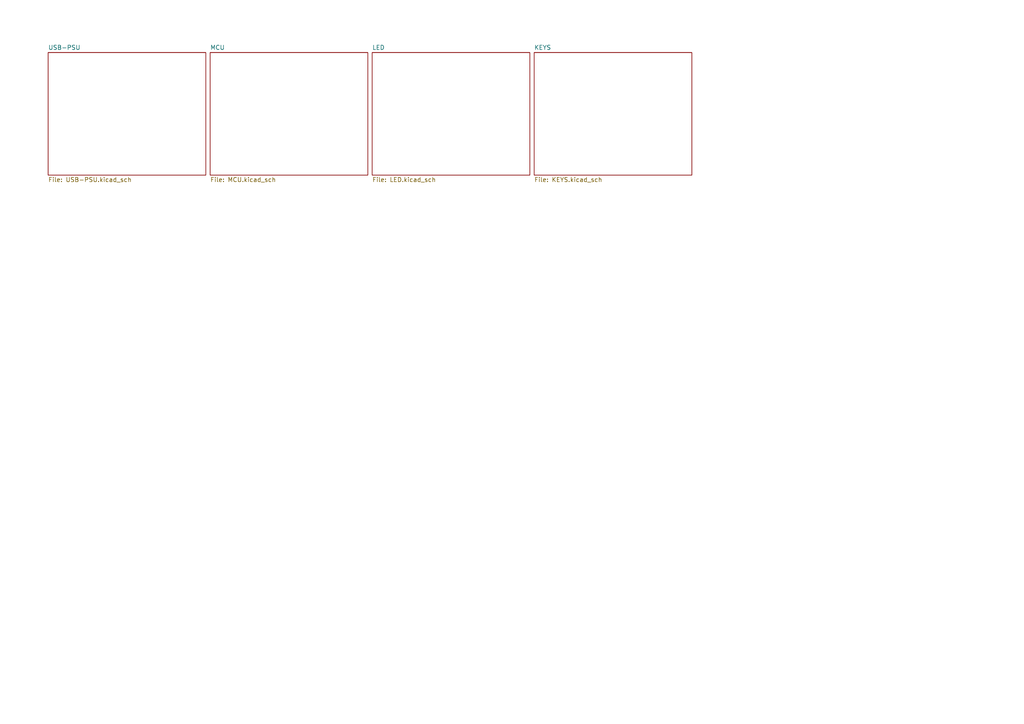
<source format=kicad_sch>
(kicad_sch
	(version 20250114)
	(generator "eeschema")
	(generator_version "9.0")
	(uuid "d1d2c9f6-020b-493b-bc47-6c71d609dd96")
	(paper "A4")
	(lib_symbols)
	(sheet
		(at 60.96 15.24)
		(size 45.72 35.56)
		(exclude_from_sim no)
		(in_bom yes)
		(on_board yes)
		(dnp no)
		(fields_autoplaced yes)
		(stroke
			(width 0.1524)
			(type solid)
		)
		(fill
			(color 0 0 0 0.0000)
		)
		(uuid "5ccf78fc-77aa-4eb4-b4f2-774d54264c49")
		(property "Sheetname" "MCU"
			(at 60.96 14.5284 0)
			(effects
				(font
					(size 1.27 1.27)
				)
				(justify left bottom)
			)
		)
		(property "Sheetfile" "MCU.kicad_sch"
			(at 60.96 51.3846 0)
			(effects
				(font
					(size 1.27 1.27)
				)
				(justify left top)
			)
		)
		(instances
			(project "MacroPad"
				(path "/d1d2c9f6-020b-493b-bc47-6c71d609dd96"
					(page "3")
				)
			)
		)
	)
	(sheet
		(at 154.94 15.24)
		(size 45.72 35.56)
		(exclude_from_sim no)
		(in_bom yes)
		(on_board yes)
		(dnp no)
		(fields_autoplaced yes)
		(stroke
			(width 0.1524)
			(type solid)
		)
		(fill
			(color 0 0 0 0.0000)
		)
		(uuid "745a7c98-c966-497e-9b9b-abaf4e72f5c2")
		(property "Sheetname" "KEYS"
			(at 154.94 14.5284 0)
			(effects
				(font
					(size 1.27 1.27)
				)
				(justify left bottom)
			)
		)
		(property "Sheetfile" "KEYS.kicad_sch"
			(at 154.94 51.3846 0)
			(effects
				(font
					(size 1.27 1.27)
				)
				(justify left top)
			)
		)
		(instances
			(project "MacroPad"
				(path "/d1d2c9f6-020b-493b-bc47-6c71d609dd96"
					(page "5")
				)
			)
		)
	)
	(sheet
		(at 13.97 15.24)
		(size 45.72 35.56)
		(exclude_from_sim no)
		(in_bom yes)
		(on_board yes)
		(dnp no)
		(fields_autoplaced yes)
		(stroke
			(width 0.1524)
			(type solid)
		)
		(fill
			(color 0 0 0 0.0000)
		)
		(uuid "bef4f184-3f99-4dff-84bb-6d78c4449486")
		(property "Sheetname" "USB-PSU"
			(at 13.97 14.5284 0)
			(effects
				(font
					(size 1.27 1.27)
				)
				(justify left bottom)
			)
		)
		(property "Sheetfile" "USB-PSU.kicad_sch"
			(at 13.97 51.3846 0)
			(effects
				(font
					(size 1.27 1.27)
				)
				(justify left top)
			)
		)
		(instances
			(project "MacroPad"
				(path "/d1d2c9f6-020b-493b-bc47-6c71d609dd96"
					(page "2")
				)
			)
		)
	)
	(sheet
		(at 107.95 15.24)
		(size 45.72 35.56)
		(exclude_from_sim no)
		(in_bom yes)
		(on_board yes)
		(dnp no)
		(fields_autoplaced yes)
		(stroke
			(width 0.1524)
			(type solid)
		)
		(fill
			(color 0 0 0 0.0000)
		)
		(uuid "e2c40c80-29cf-48c8-932b-e24e8a962ef4")
		(property "Sheetname" "LED"
			(at 107.95 14.5284 0)
			(effects
				(font
					(size 1.27 1.27)
				)
				(justify left bottom)
			)
		)
		(property "Sheetfile" "LED.kicad_sch"
			(at 107.95 51.3846 0)
			(effects
				(font
					(size 1.27 1.27)
				)
				(justify left top)
			)
		)
		(instances
			(project "MacroPad"
				(path "/d1d2c9f6-020b-493b-bc47-6c71d609dd96"
					(page "4")
				)
			)
		)
	)
	(sheet_instances
		(path "/"
			(page "1")
		)
	)
	(embedded_fonts no)
)

</source>
